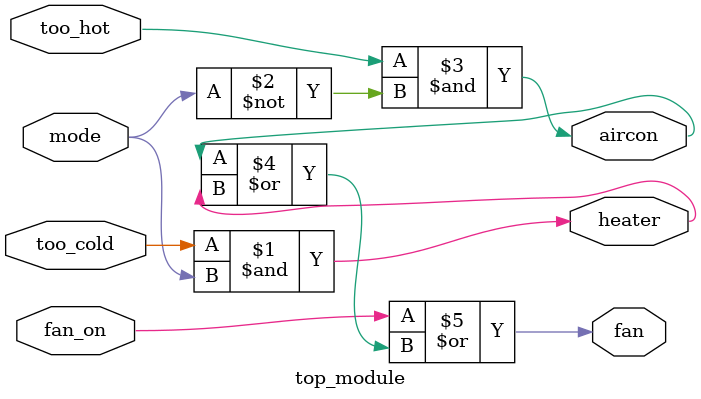
<source format=v>
module top_module (
    input too_cold,
    input too_hot,
    input mode,
    input fan_on,
    output heater,
    output aircon,
    output fan
);  
    assign heater = (too_cold & mode) ;
    assign aircon=(too_hot & ~ mode) ; 
    assign fan =(fan_on |(aircon | heater ));

endmodule

</source>
